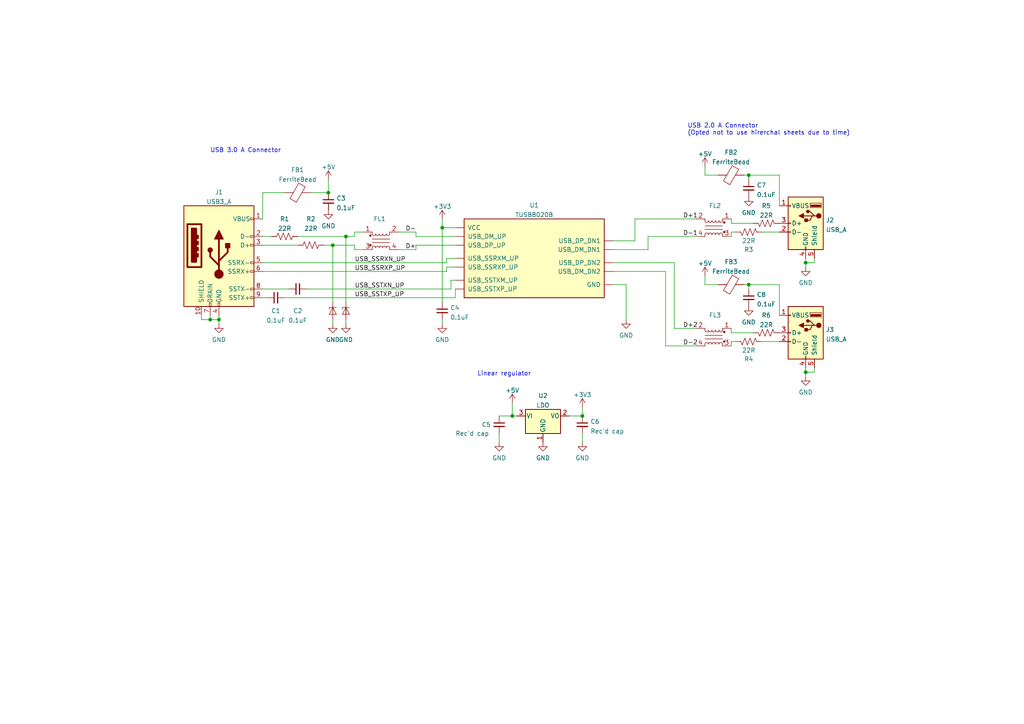
<source format=kicad_sch>
(kicad_sch (version 20211123) (generator eeschema)
  (paper "A4")
  (lib_symbols
    (symbol "Connector:USB3_A" (pin_names (offset 1.016))
      (property "Reference" "J" (at -10.16 15.24 0))
      (property "Value" "USB3_A" (at 10.16 15.24 0))
      (symbol "USB3_A_0_0"
        (rectangle (start -9.144 8.636) (end -5.08 -3.81) (stroke (width 0.508)))
        (rectangle (start -7.874 7.366) (end -6.604 -2.286) (stroke (width 0.508)) (fill (type outline)))
        (rectangle (start -6.35 0) (end -6.096 -0.762) (stroke (width 0.508)))
        (rectangle (start -6.35 1.778) (end -6.096 1.016) (stroke (width 0.508)))
        (rectangle (start -6.35 3.556) (end -6.096 2.794) (stroke (width 0.508)))
        (rectangle (start -6.35 5.334) (end -6.096 4.572) (stroke (width 0.508)))
        (rectangle (start -2.794 -15.24) (end -2.286 -14.224))
        (rectangle (start -0.254 -15.24) (end 0.254 -14.224))
        (rectangle (start 10.16 -12.446) (end 9.144 -12.954))
        (rectangle (start 10.16 -9.906) (end 9.144 -10.414))
        (rectangle (start 10.16 -4.826) (end 9.144 -5.334))
        (rectangle (start 10.16 -2.286) (end 9.144 -2.794))
        (rectangle (start 10.16 2.794) (end 9.144 2.286))
        (rectangle (start 10.16 5.334) (end 9.144 4.826))
        (rectangle (start 10.16 10.414) (end 9.144 9.906))
      )
      (symbol "USB3_A_0_1"
        (rectangle (start -10.16 13.97) (end 10.16 -15.24) (stroke (width 0.254)) (fill (type background)))
      )
      (symbol "USB3_A_1_1"
        (circle (center -2.54 1.143) (radius 0.635) (stroke (width 0.254)) (fill (type outline)))
        (circle (center 0 -5.842) (radius 1.27) (fill (type outline)))
        (polyline (pts (xy 0 -5.842) (xy 0 4.318)) (stroke (width 0.508)))
        (polyline (pts (xy 0 -3.302) (xy -2.54 -0.762) (xy -2.54 0.508)) (stroke (width 0.508)))
        (polyline (pts (xy 0 -2.032) (xy 2.54 0.508) (xy 2.54 1.778)) (stroke (width 0.508)))
        (polyline (pts (xy -1.27 4.318) (xy 0 6.858) (xy 1.27 4.318) (xy -1.27 4.318)) (stroke (width 0.254)) (fill (type outline)))
        (rectangle (start 1.905 1.778) (end 3.175 3.048) (stroke (width 0.254)) (fill (type outline)))
        (pin power_in line (at 12.7 10.16 180) (length 2.54) (name "VBUS") (number "1"))
        (pin passive line (at -5.08 -17.78 90) (length 2.54) (name "SHIELD") (number "10"))
        (pin bidirectional line (at 12.7 5.08 180) (length 2.54) (name "D-") (number "2"))
        (pin bidirectional line (at 12.7 2.54 180) (length 2.54) (name "D+") (number "3"))
        (pin power_in line (at 0 -17.78 90) (length 2.54) (name "GND") (number "4"))
        (pin output line (at 12.7 -2.54 180) (length 2.54) (name "SSRX-") (number "5"))
        (pin output line (at 12.7 -5.08 180) (length 2.54) (name "SSRX+") (number "6"))
        (pin passive line (at -2.54 -17.78 90) (length 2.54) (name "DRAIN") (number "7"))
        (pin input line (at 12.7 -10.16 180) (length 2.54) (name "SSTX-") (number "8"))
        (pin input line (at 12.7 -12.7 180) (length 2.54) (name "SSTX+") (number "9"))
      )
    )
    (symbol "Connector:USB_A" (pin_names (offset 1.016))
      (property "Reference" "J" (at -5.08 11.43 0))
      (property "Value" "USB_A" (at -5.08 8.89 0))
      (symbol "USB_A_0_1"
        (rectangle (start -5.08 -7.62) (end 5.08 7.62) (stroke (width 0.254)) (fill (type background)))
        (circle (center -3.81 2.159) (radius 0.635) (stroke (width 0.254)) (fill (type outline)))
        (rectangle (start -1.524 4.826) (end -4.318 5.334) (fill (type outline)))
        (rectangle (start -1.27 4.572) (end -4.572 5.842))
        (circle (center -0.635 3.429) (radius 0.381) (stroke (width 0.254)) (fill (type outline)))
        (rectangle (start -0.127 -7.62) (end 0.127 -6.858))
        (polyline (pts (xy -3.175 2.159) (xy -2.54 2.159) (xy -1.27 3.429) (xy -0.635 3.429)) (stroke (width 0.254)))
        (polyline (pts (xy -2.54 2.159) (xy -1.905 2.159) (xy -1.27 0.889) (xy 0 0.889)) (stroke (width 0.254)))
        (polyline (pts (xy 0.635 2.794) (xy 0.635 1.524) (xy 1.905 2.159) (xy 0.635 2.794)) (stroke (width 0.254)) (fill (type outline)))
        (rectangle (start 0.254 1.27) (end -0.508 0.508) (stroke (width 0.254)) (fill (type outline)))
        (rectangle (start 5.08 -2.667) (end 4.318 -2.413))
        (rectangle (start 5.08 -0.127) (end 4.318 0.127))
        (rectangle (start 5.08 4.953) (end 4.318 5.207))
      )
      (symbol "USB_A_1_1"
        (polyline (pts (xy -1.905 2.159) (xy 0.635 2.159)) (stroke (width 0.254)))
        (pin power_in line (at 7.62 5.08 180) (length 2.54) (name "VBUS") (number "1"))
        (pin bidirectional line (at 7.62 -2.54 180) (length 2.54) (name "D-") (number "2"))
        (pin bidirectional line (at 7.62 0 180) (length 2.54) (name "D+") (number "3"))
        (pin power_in line (at 0 -10.16 90) (length 2.54) (name "GND") (number "4"))
        (pin passive line (at -2.54 -10.16 90) (length 2.54) (name "Shield") (number "5"))
      )
    )
    (symbol "Device:C_Small" (pin_numbers hide) (pin_names (offset 0.254) hide)
      (property "Reference" "C" (at 0.254 1.778 0))
      (property "Value" "C_Small" (at 0.254 -2.032 0))
      (symbol "C_Small_0_1"
        (polyline (pts (xy -1.524 -0.508) (xy 1.524 -0.508)) (stroke (width 0.3302)))
        (polyline (pts (xy -1.524 0.508) (xy 1.524 0.508)) (stroke (width 0.3048)))
      )
      (symbol "C_Small_1_1"
        (pin passive line (at 0 2.54 270) (length 2.032) (name "~") (number "1"))
        (pin passive line (at 0 -2.54 90) (length 2.032) (name "~") (number "2"))
      )
    )
    (symbol "Device:FerriteBead" (pin_numbers hide) (pin_names (offset 0))
      (property "Reference" "FB" (at -3.81 0.635 90))
      (property "Value" "FerriteBead" (at 3.81 0 90))
      (symbol "FerriteBead_0_1"
        (polyline (pts (xy 0 -1.27) (xy 0 -1.2192)))
        (polyline (pts (xy 0 1.27) (xy 0 1.2954)))
        (polyline (pts (xy -2.7686 0.4064) (xy -1.7018 2.2606) (xy 2.7686 -0.3048) (xy 1.6764 -2.159) (xy -2.7686 0.4064)))
      )
      (symbol "FerriteBead_1_1"
        (pin passive line (at 0 3.81 270) (length 2.54) (name "~") (number "1"))
        (pin passive line (at 0 -3.81 90) (length 2.54) (name "~") (number "2"))
      )
    )
    (symbol "Device:Filter_EMI_CommonMode" (pin_names (offset 0.254) hide)
      (property "Reference" "FL" (at 0 4.445 0))
      (property "Value" "Filter_EMI_CommonMode" (at 0 -4.445 0))
      (symbol "Filter_EMI_CommonMode_0_1"
        (circle (center -3.048 -1.27) (radius 0.254) (fill (type outline)))
        (circle (center -3.048 1.524) (radius 0.254) (fill (type outline)))
        (arc (start -2.54 2.032) (mid -2.032 1.524) (end -1.524 2.032))
        (arc (start -1.524 -2.032) (mid -2.032 -1.524) (end -2.54 -2.032))
        (arc (start -1.524 2.032) (mid -1.016 1.524) (end -0.508 2.032))
        (arc (start -0.508 -2.032) (mid -1.016 -1.524) (end -1.524 -2.032))
        (arc (start -0.508 2.032) (mid 0 1.524) (end 0.508 2.032))
        (polyline (pts (xy -2.54 -2.032) (xy -2.54 -2.54)))
        (polyline (pts (xy -2.54 0.508) (xy 2.54 0.508)))
        (polyline (pts (xy -2.54 2.032) (xy -2.54 2.54)))
        (polyline (pts (xy 2.54 -2.032) (xy 2.54 -2.54)))
        (polyline (pts (xy 2.54 -0.508) (xy -2.54 -0.508)))
        (polyline (pts (xy 2.54 2.54) (xy 2.54 2.032)))
        (arc (start 0.508 -2.032) (mid 0 -1.524) (end -0.508 -2.032))
        (arc (start 0.508 2.032) (mid 1.016 1.524) (end 1.524 2.032))
        (arc (start 1.524 -2.032) (mid 1.016 -1.524) (end 0.508 -2.032))
        (arc (start 1.524 2.032) (mid 2.032 1.524) (end 2.54 2.032))
        (arc (start 2.54 -2.032) (mid 2.032 -1.524) (end 1.524 -2.032))
      )
      (symbol "Filter_EMI_CommonMode_1_1"
        (pin passive line (at -5.08 2.54 0) (length 2.54) (name "1") (number "1"))
        (pin passive line (at 5.08 2.54 180) (length 2.54) (name "2") (number "2"))
        (pin passive line (at -5.08 -2.54 0) (length 2.54) (name "3") (number "3"))
        (pin passive line (at 5.08 -2.54 180) (length 2.54) (name "4") (number "4"))
      )
    )
    (symbol "Device:R_US" (pin_numbers hide) (pin_names (offset 0))
      (property "Reference" "R" (at 2.54 0 90))
      (property "Value" "R_US" (at -2.54 0 90))
      (symbol "R_US_0_1"
        (polyline (pts (xy 0 -2.286) (xy 0 -2.54)))
        (polyline (pts (xy 0 2.286) (xy 0 2.54)))
        (polyline (pts (xy 0 -0.762) (xy 1.016 -1.143) (xy 0 -1.524) (xy -1.016 -1.905) (xy 0 -2.286)))
        (polyline (pts (xy 0 0.762) (xy 1.016 0.381) (xy 0 0) (xy -1.016 -0.381) (xy 0 -0.762)))
        (polyline (pts (xy 0 2.286) (xy 1.016 1.905) (xy 0 1.524) (xy -1.016 1.143) (xy 0 0.762)))
      )
      (symbol "R_US_1_1"
        (pin passive line (at 0 3.81 270) (length 1.27) (name "~") (number "1"))
        (pin passive line (at 0 -3.81 90) (length 1.27) (name "~") (number "2"))
      )
    )
    (symbol "Power_Protection:PESD3V3L4UF" (pin_numbers hide) (pin_names hide)
      (property "Reference" "D" (at 0 2.54 0))
      (property "Value" "PESD3V3L4UF" (at 0 -2.54 0))
      (symbol "PESD3V3L4UF_0_1"
        (polyline (pts (xy -1.016 0) (xy 1.016 0)))
        (polyline (pts (xy -1.016 1.016) (xy -1.016 -1.016) (xy -0.508 -1.016)))
        (polyline (pts (xy 1.016 1.016) (xy -1.016 0) (xy 1.016 -1.016) (xy 1.016 1.016)))
      )
      (symbol "PESD3V3L4UF_1_1"
        (pin passive line (at -2.54 0 0) (length 2.54) (name "K1") (number "1"))
        (pin passive line (at 2.54 0 180) (length 2.54) (name "A") (number "2"))
        (pin passive line (at 2.54 0 180) (length 2.54) hide (name "A") (number "5"))
      )
      (symbol "PESD3V3L4UF_2_1"
        (pin passive line (at -2.54 0 0) (length 2.54) (name "K2") (number "3"))
      )
      (symbol "PESD3V3L4UF_3_1"
        (pin passive line (at -2.54 0 0) (length 2.54) (name "K3") (number "4"))
      )
      (symbol "PESD3V3L4UF_4_1"
        (pin passive line (at -2.54 0 0) (length 2.54) (name "K4") (number "6"))
      )
    )
    (symbol "Regulator_Linear:AMS1117-2.5" (pin_names (offset 0.254))
      (property "Reference" "U" (at -3.81 3.175 0))
      (property "Value" "AMS1117-2.5" (at 0 3.175 0))
      (symbol "AMS1117-2.5_0_1"
        (rectangle (start -5.08 -5.08) (end 5.08 1.905) (stroke (width 0.254)) (fill (type background)))
      )
      (symbol "AMS1117-2.5_1_1"
        (pin power_in line (at 0 -7.62 90) (length 2.54) (name "GND") (number "1"))
        (pin power_out line (at 7.62 0 180) (length 2.54) (name "VO") (number "2"))
        (pin power_in line (at -7.62 0 0) (length 2.54) (name "VI") (number "3"))
      )
    )
    (symbol "power:+3V3" (power) (pin_names (offset 0))
      (property "Value" "+3V3" (at 0 3.556 0))
      (symbol "+3V3_0_1"
        (polyline (pts (xy -0.762 1.27) (xy 0 2.54)))
        (polyline (pts (xy 0 0) (xy 0 2.54)))
        (polyline (pts (xy 0 2.54) (xy 0.762 1.27)))
      )
      (symbol "+3V3_1_1"
        (pin power_in line (at 0 0 90) (length 0) hide (name "+3V3") (number "1"))
      )
    )
    (symbol "power:+5V" (power) (pin_names (offset 0))
      (property "Value" "+5V" (at 0 3.556 0))
      (symbol "+5V_0_1"
        (polyline (pts (xy -0.762 1.27) (xy 0 2.54)))
        (polyline (pts (xy 0 0) (xy 0 2.54)))
        (polyline (pts (xy 0 2.54) (xy 0.762 1.27)))
      )
      (symbol "+5V_1_1"
        (pin power_in line (at 0 0 90) (length 0) hide (name "+5V") (number "1"))
      )
    )
    (symbol "power:GND" (power) (pin_names (offset 0))
      (property "Value" "GND" (at 0 -3.81 0))
      (symbol "GND_0_1"
        (polyline (pts (xy 0 0) (xy 0 -1.27) (xy 1.27 -1.27) (xy 0 -2.54) (xy -1.27 -1.27) (xy 0 -1.27)))
      )
      (symbol "GND_1_1"
        (pin power_in line (at 0 0 270) (length 0) hide (name "GND") (number "1"))
      )
    )
    (symbol "random_custom:TUSB8020B" (pin_names (offset 1.016))
      (property "Reference" "U" (at -20.32 22.86 0))
      (property "Value" "TUSB8020B" (at -1.27 13.97 0))
      (symbol "TUSB8020B_0_1"
        (rectangle (start -21.59 21.59) (end 19.05 -1.27) (stroke (width 0.254)) (fill (type background)))
      )
      (symbol "TUSB8020B_1_1"
        (pin unspecified line (at 21.59 2.54 180) (length 2.54) (name "GND") (number ""))
        (pin unspecified line (at 21.59 12.7 180) (length 2.54) (name "USB_DM_DN1") (number ""))
        (pin unspecified line (at 21.59 6.35 180) (length 2.54) (name "USB_DM_DN2") (number ""))
        (pin unspecified line (at -24.13 16.51 0) (length 2.54) (name "USB_DM_UP") (number ""))
        (pin unspecified line (at 21.59 15.24 180) (length 2.54) (name "USB_DP_DN1") (number ""))
        (pin unspecified line (at 21.59 8.89 180) (length 2.54) (name "USB_DP_DN2") (number ""))
        (pin unspecified line (at -24.13 13.97 0) (length 2.54) (name "USB_DP_UP") (number ""))
        (pin unspecified line (at -24.13 10.16 0) (length 2.54) (name "USB_SSRXM_UP") (number ""))
        (pin unspecified line (at -24.13 7.62 0) (length 2.54) (name "USB_SSRXP_UP") (number ""))
        (pin unspecified line (at -24.13 3.81 0) (length 2.54) (name "USB_SSTXM_UP") (number ""))
        (pin unspecified line (at -24.13 1.27 0) (length 2.54) (name "USB_SSTXP_UP") (number ""))
        (pin unspecified line (at -24.13 19.05 0) (length 2.54) (name "VCC") (number ""))
      )
    )
  )
  (junction (at 168.91 120.65))
  (junction (at 96.52 71.12))
  (junction (at 233.68 76.2))
  (junction (at 95.25 55.88))
  (junction (at 63.5 92.71))
  (junction (at 60.96 92.71))
  (junction (at 233.68 107.95))
  (junction (at 217.17 82.55))
  (junction (at 100.33 68.58))
  (junction (at 148.59 120.65))
  (junction (at 217.17 50.8))
  (junction (at 128.27 66.04))
  (wire (pts (xy 233.68 76.2) (xy 233.68 77.47)))
  (wire (pts (xy 177.8 69.85) (xy 184.15 69.85)))
  (wire (pts (xy 204.47 80.01) (xy 204.47 82.55)))
  (wire (pts (xy 76.2 71.12) (xy 86.36 71.12)))
  (wire (pts (xy 226.06 50.8) (xy 226.06 59.69)))
  (wire (pts (xy 129.54 76.2) (xy 129.54 74.93)))
  (wire (pts (xy 76.2 68.58) (xy 78.74 68.58)))
  (wire (pts (xy 217.17 50.8) (xy 226.06 50.8)))
  (wire (pts (xy 96.52 71.12) (xy 93.98 71.12)))
  (wire (pts (xy 60.96 91.44) (xy 60.96 92.71)))
  (wire (pts (xy 63.5 91.44) (xy 63.5 92.71)))
  (wire (pts (xy 148.59 120.65) (xy 149.86 120.65)))
  (wire (pts (xy 220.98 99.06) (xy 226.06 99.06)))
  (wire (pts (xy 96.52 92.71) (xy 96.52 93.98)))
  (wire (pts (xy 144.78 120.65) (xy 148.59 120.65)))
  (wire (pts (xy 115.57 72.39) (xy 120.65 72.39)))
  (wire (pts (xy 63.5 92.71) (xy 63.5 93.98)))
  (wire (pts (xy 76.2 55.88) (xy 76.2 63.5)))
  (wire (pts (xy 212.09 96.52) (xy 212.09 95.25)))
  (wire (pts (xy 95.25 52.07) (xy 95.25 55.88)))
  (wire (pts (xy 60.96 92.71) (xy 63.5 92.71)))
  (wire (pts (xy 130.81 83.82) (xy 88.9 83.82)))
  (wire (pts (xy 102.87 67.31) (xy 105.41 67.31)))
  (wire (pts (xy 58.42 92.71) (xy 60.96 92.71)))
  (wire (pts (xy 128.27 66.04) (xy 132.08 66.04)))
  (wire (pts (xy 120.65 72.39) (xy 120.65 71.12)))
  (wire (pts (xy 193.04 100.33) (xy 193.04 78.74)))
  (wire (pts (xy 236.22 107.95) (xy 233.68 107.95)))
  (wire (pts (xy 233.68 74.93) (xy 233.68 76.2)))
  (wire (pts (xy 90.17 55.88) (xy 95.25 55.88)))
  (wire (pts (xy 177.8 76.2) (xy 195.58 76.2)))
  (wire (pts (xy 195.58 76.2) (xy 195.58 95.25)))
  (wire (pts (xy 100.33 68.58) (xy 102.87 68.58)))
  (wire (pts (xy 204.47 48.26) (xy 204.47 50.8)))
  (wire (pts (xy 100.33 92.71) (xy 100.33 93.98)))
  (wire (pts (xy 217.17 52.07) (xy 217.17 50.8)))
  (wire (pts (xy 168.91 120.65) (xy 165.1 120.65)))
  (wire (pts (xy 181.61 82.55) (xy 177.8 82.55)))
  (wire (pts (xy 195.58 95.25) (xy 201.93 95.25)))
  (wire (pts (xy 148.59 116.84) (xy 148.59 120.65)))
  (wire (pts (xy 193.04 100.33) (xy 201.93 100.33)))
  (wire (pts (xy 236.22 74.93) (xy 236.22 76.2)))
  (wire (pts (xy 212.09 67.31) (xy 213.36 67.31)))
  (wire (pts (xy 168.91 125.73) (xy 168.91 128.27)))
  (wire (pts (xy 212.09 64.77) (xy 212.09 63.5)))
  (wire (pts (xy 220.98 67.31) (xy 226.06 67.31)))
  (wire (pts (xy 236.22 106.68) (xy 236.22 107.95)))
  (wire (pts (xy 120.65 68.58) (xy 132.08 68.58)))
  (wire (pts (xy 120.65 68.58) (xy 120.65 67.31)))
  (wire (pts (xy 177.8 78.74) (xy 193.04 78.74)))
  (wire (pts (xy 212.09 68.58) (xy 212.09 67.31)))
  (wire (pts (xy 82.55 86.36) (xy 132.08 86.36)))
  (wire (pts (xy 100.33 68.58) (xy 100.33 87.63)))
  (wire (pts (xy 233.68 107.95) (xy 233.68 109.22)))
  (wire (pts (xy 102.87 68.58) (xy 102.87 67.31)))
  (wire (pts (xy 102.87 72.39) (xy 102.87 71.12)))
  (wire (pts (xy 233.68 106.68) (xy 233.68 107.95)))
  (wire (pts (xy 129.54 78.74) (xy 129.54 77.47)))
  (wire (pts (xy 102.87 71.12) (xy 96.52 71.12)))
  (wire (pts (xy 129.54 74.93) (xy 132.08 74.93)))
  (wire (pts (xy 204.47 50.8) (xy 208.28 50.8)))
  (wire (pts (xy 76.2 76.2) (xy 129.54 76.2)))
  (wire (pts (xy 105.41 72.39) (xy 102.87 72.39)))
  (wire (pts (xy 217.17 50.8) (xy 215.9 50.8)))
  (wire (pts (xy 132.08 81.28) (xy 130.81 81.28)))
  (wire (pts (xy 217.17 82.55) (xy 215.9 82.55)))
  (wire (pts (xy 82.55 55.88) (xy 76.2 55.88)))
  (wire (pts (xy 177.8 72.39) (xy 187.96 72.39)))
  (wire (pts (xy 212.09 100.33) (xy 212.09 99.06)))
  (wire (pts (xy 76.2 78.74) (xy 129.54 78.74)))
  (wire (pts (xy 128.27 92.71) (xy 128.27 93.98)))
  (wire (pts (xy 217.17 83.82) (xy 217.17 82.55)))
  (wire (pts (xy 129.54 77.47) (xy 132.08 77.47)))
  (wire (pts (xy 226.06 82.55) (xy 226.06 91.44)))
  (wire (pts (xy 212.09 99.06) (xy 213.36 99.06)))
  (wire (pts (xy 184.15 69.85) (xy 184.15 63.5)))
  (wire (pts (xy 204.47 82.55) (xy 208.28 82.55)))
  (wire (pts (xy 58.42 91.44) (xy 58.42 92.71)))
  (wire (pts (xy 187.96 68.58) (xy 187.96 72.39)))
  (wire (pts (xy 212.09 96.52) (xy 218.44 96.52)))
  (wire (pts (xy 76.2 86.36) (xy 77.47 86.36)))
  (wire (pts (xy 130.81 81.28) (xy 130.81 83.82)))
  (wire (pts (xy 181.61 92.71) (xy 181.61 82.55)))
  (wire (pts (xy 184.15 63.5) (xy 201.93 63.5)))
  (wire (pts (xy 76.2 83.82) (xy 83.82 83.82)))
  (wire (pts (xy 212.09 64.77) (xy 218.44 64.77)))
  (wire (pts (xy 144.78 125.73) (xy 144.78 128.27)))
  (wire (pts (xy 132.08 86.36) (xy 132.08 83.82)))
  (wire (pts (xy 236.22 76.2) (xy 233.68 76.2)))
  (wire (pts (xy 168.91 118.11) (xy 168.91 120.65)))
  (wire (pts (xy 120.65 71.12) (xy 132.08 71.12)))
  (wire (pts (xy 187.96 68.58) (xy 201.93 68.58)))
  (wire (pts (xy 128.27 66.04) (xy 128.27 87.63)))
  (wire (pts (xy 128.27 63.5) (xy 128.27 66.04)))
  (wire (pts (xy 217.17 82.55) (xy 226.06 82.55)))
  (wire (pts (xy 96.52 71.12) (xy 96.52 87.63)))
  (wire (pts (xy 115.57 67.31) (xy 120.65 67.31)))
  (wire (pts (xy 86.36 68.58) (xy 100.33 68.58)))
  (text "Linear regulator" (at 138.43 109.22 0) (effects (font (size 1.27 1.27)) (justify left bottom)))
  (text "USB 3.0 A Connector\n" (at 60.96 44.45 0) (effects (font (size 1.27 1.27)) (justify left bottom)))
  (text "USB 2.0 A Connector\n(Opted not to use hirerchal sheets due to time)" (at 199.39 39.37 0) (effects (font (size 1.27 1.27)) (justify left bottom)))
  (label "D-2" (at 198.12 100.33 0))
  (label "D+" (at 120.65 72.39 180))
  (label "D+2" (at 198.12 95.25 0))
  (label "USB_SSRXN_UP" (at 102.87 76.2 0))
  (label "D+1" (at 198.12 63.5 0))
  (label "USB_SSTXP_UP" (at 102.87 86.36 0))
  (label "USB_SSTXN_UP" (at 102.87 83.82 0))
  (label "D-" (at 120.65 67.31 180))
  (label "USB_SSRXP_UP" (at 102.87 78.74 0))
  (label "D-1" (at 198.12 68.58 0))
  (symbol (lib_id "Device:R_US") (at 217.17 67.31 270) (mirror x) (unit 1)
    (property "Reference" "R3" (at 217.17 72.39 90))
    (property "Value" "22R" (at 217.17 69.85 90))
  )
  (symbol (lib_id "power:+3V3") (at 168.91 118.11 0) (unit 1)
    (property "Reference" "#PWR011" (effects hide))
    (property "Value" "+3V3" (at 168.91 114.5055 0))
  )
  (symbol (lib_id "power:GND") (at 217.17 88.9 0) (unit 1)
    (property "Reference" "#PWR017" (effects hide))
    (property "Value" "GND" (at 217.17 93.4625 0))
  )
  (symbol (lib_id "power:GND") (at 233.68 77.47 0) (unit 1)
    (property "Reference" "#PWR018" (effects hide))
    (property "Value" "GND" (at 233.68 82.0325 0))
  )
  (symbol (lib_id "Connector:USB_A") (at 233.68 64.77 0) (mirror y) (unit 1)
    (property "Reference" "J2" (at 239.522 63.8615 0) (effects (justify right)))
    (property "Value" "USB_A" (at 239.522 66.6366 0) (effects (justify right)))
    (property "Datasheet" " ~" (effects hide))
  )
  (symbol (lib_id "Device:Filter_EMI_CommonMode") (at 207.01 66.04 0) (mirror y) (unit 1)
    (property "Reference" "FL2" (at 207.391 59.6605 0))
    (property "Value" "Filter_EMI_CommonMode" (effects hide))
  )
  (symbol (lib_id "Device:R_US") (at 217.17 99.06 270) (mirror x) (unit 1)
    (property "Reference" "R4" (at 217.17 104.14 90))
    (property "Value" "22R" (at 217.17 101.6 90))
  )
  (symbol (lib_id "power:+5V") (at 204.47 80.01 0) (unit 1)
    (property "Reference" "#PWR015" (effects hide))
    (property "Value" "+5V" (at 204.47 76.4055 0))
  )
  (symbol (lib_id "power:GND") (at 128.27 93.98 0) (unit 1)
    (property "Reference" "#PWR07" (effects hide))
    (property "Value" "GND" (at 128.27 98.5425 0))
  )
  (symbol (lib_id "Device:C_Small") (at 144.78 123.19 0) (unit 1)
    (property "Reference" "C5" (at 139.7 123.19 0) (effects (justify left)))
    (property "Value" "Rec'd cap" (at 132.08 125.73 0) (effects (justify left)))
  )
  (symbol (lib_id "Power_Protection:PESD3V3L4UF") (at 100.33 90.17 270) (unit 1)
    (property "Reference" "D2" (effects hide))
    (property "Value" "PESD3V3L4UF" (effects hide))
    (property "Footprint" "Package_TO_SOT_SMD:SOT-886" (effects hide))
    (property "Datasheet" "https://assets.nexperia.com/documents/data-sheet/PESDXL4UF_G_W.pdf" (effects hide))
  )
  (symbol (lib_id "power:GND") (at 96.52 93.98 0) (unit 1)
    (property "Reference" "#PWR04" (effects hide))
    (property "Value" "GND" (at 96.52 98.5425 0))
  )
  (symbol (lib_id "power:GND") (at 157.48 128.27 0) (unit 1)
    (property "Reference" "#PWR010" (effects hide))
    (property "Value" "GND" (at 157.48 132.8325 0))
  )
  (symbol (lib_id "power:GND") (at 217.17 57.15 0) (unit 1)
    (property "Reference" "#PWR016" (effects hide))
    (property "Value" "GND" (at 217.17 61.7125 0))
  )
  (symbol (lib_id "Device:R_US") (at 222.25 96.52 270) (mirror x) (unit 1)
    (property "Reference" "R6" (at 222.25 91.44 90))
    (property "Value" "22R" (at 222.25 94.2151 90))
  )
  (symbol (lib_id "Connector:USB_A") (at 233.68 96.52 0) (mirror y) (unit 1)
    (property "Reference" "J3" (at 239.522 95.6115 0) (effects (justify right)))
    (property "Value" "USB_A" (at 239.522 98.3866 0) (effects (justify right)))
    (property "Datasheet" " ~" (effects hide))
  )
  (symbol (lib_id "random_custom:TUSB8020B") (at 156.21 85.09 0) (unit 1)
    (property "Reference" "U1" (at 154.94 59.5335 0))
    (property "Value" "TUSB8020B" (at 154.94 62.3086 0))
    (property "Footprint" "Package_QFP:LQFP-36_7x7mm_P0.65mm" (effects hide))
    (property "Datasheet" "https://www.ti.com/lit/ds/symlink/tusb8020b.pdf" (effects hide))
  )
  (symbol (lib_id "Device:Filter_EMI_CommonMode") (at 207.01 97.79 0) (mirror y) (unit 1)
    (property "Reference" "FL3" (at 207.391 91.4105 0))
    (property "Value" "Filter_EMI_CommonMode" (effects hide))
  )
  (symbol (lib_id "power:GND") (at 95.25 60.96 0) (unit 1)
    (property "Reference" "#PWR03" (effects hide))
    (property "Value" "GND" (at 95.25 65.5225 0))
  )
  (symbol (lib_id "Device:R_US") (at 82.55 68.58 90) (unit 1)
    (property "Reference" "R1" (at 82.55 63.5 90))
    (property "Value" "22R" (at 82.55 66.2751 90))
  )
  (symbol (lib_id "Device:R_US") (at 90.17 71.12 90) (unit 1)
    (property "Reference" "R2" (at 90.17 63.5 90))
    (property "Value" "22R" (at 90.17 66.2751 90))
  )
  (symbol (lib_id "Connector:USB3_A") (at 63.5 73.66 0) (unit 1)
    (property "Reference" "J1" (at 63.5 55.7235 0))
    (property "Value" "USB3_A" (at 63.5 58.4986 0))
  )
  (symbol (lib_id "power:GND") (at 233.68 109.22 0) (unit 1)
    (property "Reference" "#PWR019" (effects hide))
    (property "Value" "GND" (at 233.68 113.7825 0))
  )
  (symbol (lib_id "power:GND") (at 168.91 128.27 0) (unit 1)
    (property "Reference" "#PWR012" (effects hide))
    (property "Value" "GND" (at 168.91 132.8325 0))
  )
  (symbol (lib_id "Device:FerriteBead") (at 86.36 55.88 90) (unit 1)
    (property "Reference" "FB1" (at 86.3092 49.2719 90))
    (property "Value" "FerriteBead" (at 86.3092 52.047 90))
  )
  (symbol (lib_id "Device:FerriteBead") (at 212.09 50.8 90) (unit 1)
    (property "Reference" "FB2" (at 212.0392 44.1919 90))
    (property "Value" "FerriteBead" (at 212.0392 46.967 90))
  )
  (symbol (lib_id "power:+5V") (at 204.47 48.26 0) (unit 1)
    (property "Reference" "#PWR014" (effects hide))
    (property "Value" "+5V" (at 204.47 44.6555 0))
  )
  (symbol (lib_id "power:+5V") (at 148.59 116.84 0) (unit 1)
    (property "Reference" "#PWR09" (effects hide))
    (property "Value" "+5V" (at 148.59 113.2355 0))
  )
  (symbol (lib_id "power:GND") (at 63.5 93.98 0) (unit 1)
    (property "Reference" "#PWR01" (effects hide))
    (property "Value" "GND" (at 63.5 98.5425 0))
  )
  (symbol (lib_id "Device:FerriteBead") (at 212.09 82.55 90) (unit 1)
    (property "Reference" "FB3" (at 212.0392 75.9419 90))
    (property "Value" "FerriteBead" (at 212.0392 78.717 90))
  )
  (symbol (lib_id "power:+5V") (at 95.25 52.07 0) (unit 1)
    (property "Reference" "#PWR02" (effects hide))
    (property "Value" "+5V" (at 95.25 48.4655 0))
  )
  (symbol (lib_id "power:GND") (at 181.61 92.71 0) (unit 1)
    (property "Reference" "#PWR013" (effects hide))
    (property "Value" "GND" (at 181.61 97.2725 0))
  )
  (symbol (lib_id "Device:C_Small") (at 86.36 83.82 90) (unit 1)
    (property "Reference" "C2" (at 86.36 90.17 90))
    (property "Value" "0.1uF" (at 86.36 92.9451 90))
  )
  (symbol (lib_id "power:GND") (at 100.33 93.98 0) (unit 1)
    (property "Reference" "#PWR05" (effects hide))
    (property "Value" "GND" (at 100.33 98.5425 0))
  )
  (symbol (lib_id "power:+3V3") (at 128.27 63.5 0) (unit 1)
    (property "Reference" "#PWR06" (effects hide))
    (property "Value" "+3V3" (at 128.27 59.8955 0))
  )
  (symbol (lib_id "Regulator_Linear:AMS1117-2.5") (at 157.48 120.65 0) (unit 1)
    (property "Reference" "U2" (at 157.48 114.7785 0))
    (property "Value" "LDO" (at 157.48 117.5536 0))
    (property "Footprint" "Package_TO_SOT_SMD:SOT-223-3_TabPin2" (effects hide))
    (property "Datasheet" "http://www.advanced-monolithic.com/pdf/ds1117.pdf" (effects hide))
  )
  (symbol (lib_id "Device:C_Small") (at 128.27 90.17 0) (unit 1)
    (property "Reference" "C4" (at 130.5941 89.2678 0) (effects (justify left)))
    (property "Value" "0.1uF" (at 130.5941 92.0429 0) (effects (justify left)))
  )
  (symbol (lib_id "Device:C_Small") (at 95.25 58.42 0) (unit 1)
    (property "Reference" "C3" (at 97.5741 57.5178 0) (effects (justify left)))
    (property "Value" "0.1uF" (at 97.5741 60.2929 0) (effects (justify left)))
  )
  (symbol (lib_id "Power_Protection:PESD3V3L4UF") (at 96.52 90.17 270) (unit 1)
    (property "Reference" "D1" (effects hide))
    (property "Value" "PESD3V3L4UF" (effects hide))
    (property "Footprint" "Package_TO_SOT_SMD:SOT-886" (effects hide))
    (property "Datasheet" "https://assets.nexperia.com/documents/data-sheet/PESDXL4UF_G_W.pdf" (effects hide))
  )
  (symbol (lib_id "Device:C_Small") (at 80.01 86.36 90) (unit 1)
    (property "Reference" "C1" (at 80.01 90.17 90))
    (property "Value" "0.1uF" (at 80.01 92.9451 90))
  )
  (symbol (lib_id "Device:Filter_EMI_CommonMode") (at 110.49 69.85 0) (unit 1)
    (property "Reference" "FL1" (at 110.109 63.4705 0))
    (property "Value" "Filter_EMI_CommonMode" (effects hide))
  )
  (symbol (lib_id "Device:C_Small") (at 168.91 123.19 0) (unit 1)
    (property "Reference" "C6" (at 171.2341 122.2878 0) (effects (justify left)))
    (property "Value" "Rec'd cap" (at 171.2341 125.0629 0) (effects (justify left)))
  )
  (symbol (lib_id "Device:C_Small") (at 217.17 54.61 0) (unit 1)
    (property "Reference" "C7" (at 219.4941 53.7078 0) (effects (justify left)))
    (property "Value" "0.1uF" (at 219.4941 56.4829 0) (effects (justify left)))
  )
  (symbol (lib_id "power:GND") (at 144.78 128.27 0) (unit 1)
    (property "Reference" "#PWR08" (effects hide))
    (property "Value" "GND" (at 144.78 132.8325 0))
  )
  (symbol (lib_id "Device:C_Small") (at 217.17 86.36 0) (unit 1)
    (property "Reference" "C8" (at 219.4941 85.4578 0) (effects (justify left)))
    (property "Value" "0.1uF" (at 219.4941 88.2329 0) (effects (justify left)))
  )
  (symbol (lib_id "Device:R_US") (at 222.25 64.77 270) (mirror x) (unit 1)
    (property "Reference" "R5" (at 222.25 59.69 90))
    (property "Value" "22R" (at 222.25 62.4651 90))
  )
)
</source>
